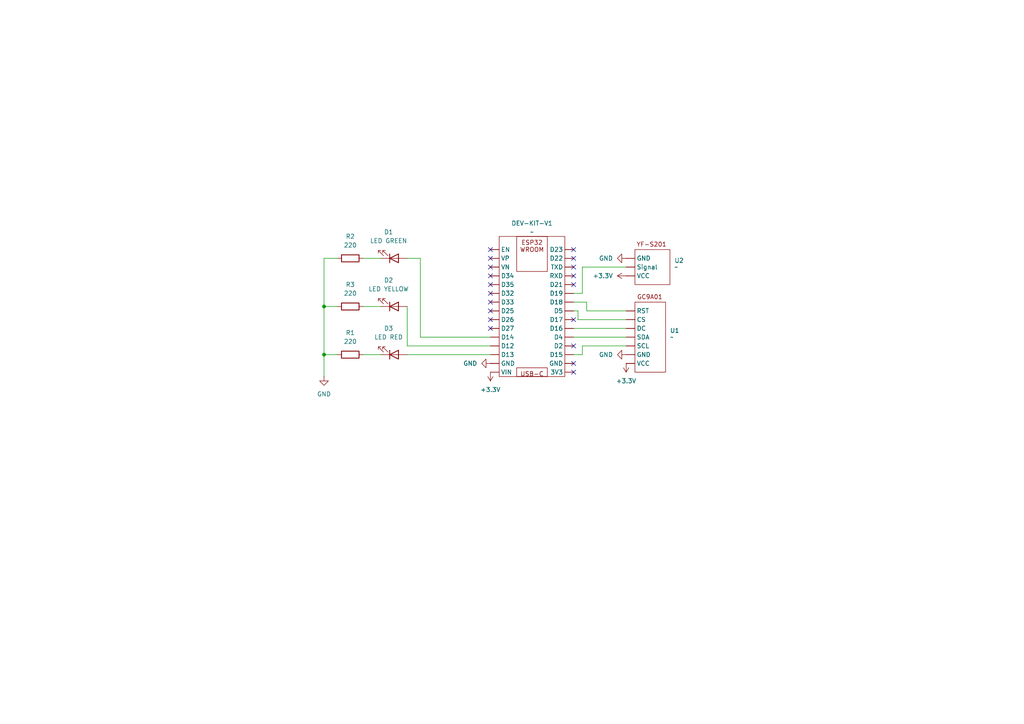
<source format=kicad_sch>
(kicad_sch (version 20250114) (generator "eeschema") (generator_version "9.0")
  (paper "A4")
  (title_block (title "Prototyp 1") (date "14-06-2025"))
  (lib_symbols
    (symbol "Device:LED" (pin_numbers (hide yes)) (pin_names (offset 1.016) (hide yes))
      (property "Reference" "D" (at 0 2.54 0))
      (property "Value" "LED" (at 0 -2.54 0))
      (symbol "LED_0_1"
        (polyline (pts (xy -3.048 -0.762) (xy -4.572 -2.286) (xy -3.81 -2.286) (xy -4.572 -2.286) (xy -4.572 -1.524)))
        (polyline (pts (xy -1.778 -0.762) (xy -3.302 -2.286) (xy -2.54 -2.286) (xy -3.302 -2.286) (xy -3.302 -1.524)))
        (polyline (pts (xy -1.27 0) (xy 1.27 0)))
        (polyline (pts (xy -1.27 -1.27) (xy -1.27 1.27)) (stroke (width 0.254)))
        (polyline (pts (xy 1.27 -1.27) (xy 1.27 1.27) (xy -1.27 0) (xy 1.27 -1.27)) (stroke (width 0.254)))
      )
      (symbol "LED_1_1"
        (pin passive line (at -3.81 0 0) (length 2.54) (name "K") (number "1"))
        (pin passive line (at 3.81 0 180) (length 2.54) (name "A") (number "2"))
      )
    )
    (symbol "Device:R" (pin_numbers (hide yes)) (pin_names (offset 0))
      (property "Reference" "R" (at 2.032 0 90))
      (property "Value" "R" (at 0 0 90))
      (symbol "R_0_1"
        (rectangle (start -1.016 -2.54) (end 1.016 2.54) (stroke (width 0.254)))
      )
      (symbol "R_1_1"
        (pin passive line (at 0 3.81 270) (length 1.27) (name "~") (number "1"))
        (pin passive line (at 0 -3.81 90) (length 1.27) (name "~") (number "2"))
      )
    )
    (symbol "power:+3.3V" (power) (pin_numbers (hide yes)) (pin_names (offset 0) (hide yes))
      (property "Value" "+3.3V" (at 0 3.556 0))
      (symbol "+3.3V_0_1"
        (polyline (pts (xy -0.762 1.27) (xy 0 2.54)))
        (polyline (pts (xy 0 2.54) (xy 0.762 1.27)))
        (polyline (pts (xy 0 0) (xy 0 2.54)))
      )
      (symbol "+3.3V_1_1"
        (pin power_in line (at 0 0 90) (length 0) (name "~") (number "1"))
      )
    )
    (symbol "power:GND" (power) (pin_numbers (hide yes)) (pin_names (offset 0) (hide yes))
      (property "Value" "GND" (at 0 -3.81 0))
      (symbol "GND_0_1"
        (polyline (pts (xy 0 0) (xy 0 -1.27) (xy 1.27 -1.27) (xy 0 -2.54) (xy -1.27 -1.27) (xy 0 -1.27)))
      )
      (symbol "GND_1_1"
        (pin power_in line (at 0 0 270) (length 0) (name "~") (number "1"))
      )
    )
    (symbol "symbols:ESP32_DEV_Kit_V1"
      (property "Reference" "DEV-KIT-V1" (at 4.826 50.292 0))
      (symbol "ESP32_DEV_Kit_V1_0_1"
        (rectangle (start -5.08 46.99) (end 13.97 6.35))
      )
      (symbol "ESP32_DEV_Kit_V1_1_1"
        (text_box "USB-C\n" (at 0 8.89 0) (size 8.89 -2.54) (margins 1.016 1.016 1.016 1.016) (effects (font (size 1.27 1.27)) (justify left top)))
        (text_box "ESP32 WROOM \n" (at 8.89 46.99 0) (size -8.89 -10.16) (margins 1.016 1.016 1.016 1.016) (effects (font (size 1.27 1.27)) (justify top)))
        (pin input line (at -7.62 43.18 0) (length 2.54) (name "EN") (number ""))
        (pin input line (at -7.62 40.64 0) (length 2.54) (name "VP") (number ""))
        (pin input line (at -7.62 38.1 0) (length 2.54) (name "VN") (number ""))
        (pin input line (at -7.62 35.56 0) (length 2.54) (name "D34") (number ""))
        (pin input line (at -7.62 33.02 0) (length 2.54) (name "D35") (number ""))
        (pin bidirectional line (at -7.62 30.48 0) (length 2.54) (name "D32") (number ""))
        (pin bidirectional line (at -7.62 27.94 0) (length 2.54) (name "D33") (number ""))
        (pin bidirectional line (at -7.62 25.4 0) (length 2.54) (name "D25") (number ""))
        (pin bidirectional line (at -7.62 22.86 0) (length 2.54) (name "D26") (number ""))
        (pin bidirectional line (at -7.62 20.32 0) (length 2.54) (name "D27") (number ""))
        (pin bidirectional line (at -7.62 17.78 0) (length 2.54) (name "D14") (number ""))
        (pin bidirectional line (at -7.62 15.24 0) (length 2.54) (name "D12") (number ""))
        (pin bidirectional line (at -7.62 12.7 0) (length 2.54) (name "D13") (number ""))
        (pin power_in line (at -7.62 10.16 0) (length 2.54) (name "GND") (number ""))
        (pin power_in line (at -7.62 7.62 0) (length 2.54) (name "VIN") (number ""))
        (pin bidirectional line (at 16.51 43.18 180) (length 2.54) (name "D23") (number ""))
        (pin bidirectional line (at 16.51 40.64 180) (length 2.54) (name "D22") (number ""))
        (pin bidirectional line (at 16.51 38.1 180) (length 2.54) (name "TXD") (number ""))
        (pin bidirectional line (at 16.51 35.56 180) (length 2.54) (name "RXD") (number ""))
        (pin bidirectional line (at 16.51 33.02 180) (length 2.54) (name "D21") (number ""))
        (pin bidirectional line (at 16.51 30.48 180) (length 2.54) (name "D19") (number ""))
        (pin bidirectional line (at 16.51 27.94 180) (length 2.54) (name "D18") (number ""))
        (pin bidirectional line (at 16.51 25.4 180) (length 2.54) (name "D5") (number ""))
        (pin bidirectional line (at 16.51 22.86 180) (length 2.54) (name "D17") (number ""))
        (pin bidirectional line (at 16.51 20.32 180) (length 2.54) (name "D16") (number ""))
        (pin bidirectional line (at 16.51 17.78 180) (length 2.54) (name "D4") (number ""))
        (pin bidirectional line (at 16.51 15.24 180) (length 2.54) (name "D2") (number ""))
        (pin bidirectional line (at 16.51 12.7 180) (length 2.54) (name "D15") (number ""))
        (pin power_in line (at 16.51 10.16 180) (length 2.54) (name "GND") (number ""))
        (pin power_in line (at 16.51 7.62 180) (length 2.54) (name "3V3") (number ""))
      )
    )
    (symbol "symbols:GC9A01"
      (property "Reference" "U" (at 6.604 9.652 0))
      (symbol "GC9A01_0_1"
        (rectangle (start 2.54 5.08) (end 11.43 -15.24))
      )
      (symbol "GC9A01_1_1"
        (text "GC9A01\n" (at 6.858 6.604 0) (effects (font (size 1.27 1.27))))
        (pin input line (at 0 2.54 0) (length 2.54) (name "RST") (number ""))
        (pin input line (at 0 0 0) (length 2.54) (name "CS") (number ""))
        (pin input line (at 0 -2.54 0) (length 2.54) (name "DC") (number ""))
        (pin input line (at 0 -5.08 0) (length 2.54) (name "SDA") (number ""))
        (pin input line (at 0 -7.62 0) (length 2.54) (name "SCL") (number ""))
        (pin power_in line (at 0 -10.16 0) (length 2.54) (name "GND") (number ""))
        (pin power_in line (at 0 -12.7 0) (length 2.54) (name "VCC") (number ""))
      )
    )
    (symbol "symbols:YF-S201"
      (property "Reference" "U" (at 3.302 8.128 0))
      (symbol "YF-S201_0_1"
        (rectangle (start -1.27 3.81) (end 8.89 -6.35))
      )
      (symbol "YF-S201_1_1"
        (text "YF-S201" (at 3.556 5.334 0) (effects (font (size 1.27 1.27))))
        (pin power_in line (at -3.81 1.27 0) (length 2.54) (name "GND") (number ""))
        (pin output line (at -3.81 -1.27 0) (length 2.54) (name "Signal") (number ""))
        (pin power_in line (at -3.81 -3.81 0) (length 2.54) (name "VCC") (number ""))
      )
    )
  )
  (junction (at 93.98 102.87))
  (junction (at 93.98 88.9))
  (no_connect (at 166.37 77.47))
  (no_connect (at 142.24 72.39))
  (no_connect (at 142.24 80.01))
  (no_connect (at 166.37 72.39))
  (no_connect (at 142.24 74.93))
  (no_connect (at 166.37 92.71))
  (no_connect (at 142.24 77.47))
  (no_connect (at 166.37 105.41))
  (no_connect (at 166.37 74.93))
  (no_connect (at 142.24 90.17))
  (no_connect (at 166.37 82.55))
  (no_connect (at 142.24 95.25))
  (no_connect (at 166.37 100.33))
  (no_connect (at 142.24 82.55))
  (no_connect (at 166.37 80.01))
  (no_connect (at 142.24 92.71))
  (no_connect (at 142.24 85.09))
  (no_connect (at 166.37 107.95))
  (no_connect (at 142.24 87.63))
  (wire (pts (xy 118.11 74.93) (xy 121.92 74.93)))
  (wire (pts (xy 181.61 77.47) (xy 168.91 77.47)))
  (wire (pts (xy 168.91 77.47) (xy 168.91 85.09)))
  (wire (pts (xy 97.79 74.93) (xy 93.98 74.93)))
  (wire (pts (xy 170.18 90.17) (xy 170.18 87.63)))
  (wire (pts (xy 166.37 97.79) (xy 181.61 97.79)))
  (wire (pts (xy 118.11 88.9) (xy 118.11 100.33)))
  (wire (pts (xy 118.11 102.87) (xy 142.24 102.87)))
  (wire (pts (xy 97.79 88.9) (xy 93.98 88.9)))
  (wire (pts (xy 168.91 85.09) (xy 166.37 85.09)))
  (wire (pts (xy 168.91 100.33) (xy 168.91 102.87)))
  (wire (pts (xy 105.41 74.93) (xy 110.49 74.93)))
  (wire (pts (xy 170.18 87.63) (xy 166.37 87.63)))
  (wire (pts (xy 93.98 88.9) (xy 93.98 102.87)))
  (wire (pts (xy 166.37 95.25) (xy 181.61 95.25)))
  (wire (pts (xy 105.41 102.87) (xy 110.49 102.87)))
  (wire (pts (xy 170.18 90.17) (xy 181.61 90.17)))
  (wire (pts (xy 168.91 100.33) (xy 181.61 100.33)))
  (wire (pts (xy 93.98 74.93) (xy 93.98 88.9)))
  (wire (pts (xy 168.91 102.87) (xy 166.37 102.87)))
  (wire (pts (xy 121.92 97.79) (xy 142.24 97.79)))
  (wire (pts (xy 121.92 74.93) (xy 121.92 97.79)))
  (wire (pts (xy 166.37 90.17) (xy 167.64 90.17)))
  (wire (pts (xy 167.64 92.71) (xy 181.61 92.71)))
  (wire (pts (xy 93.98 102.87) (xy 97.79 102.87)))
  (wire (pts (xy 167.64 92.71) (xy 167.64 90.17)))
  (wire (pts (xy 93.98 102.87) (xy 93.98 109.22)))
  (wire (pts (xy 105.41 88.9) (xy 110.49 88.9)))
  (wire (pts (xy 118.11 100.33) (xy 142.24 100.33)))
  (symbol (lib_id "symbols:YF-S201") (at 185.42 76.2 0) (unit 1)
    (property "Reference" "U2" (at 195.58 75.5621 0) (effects (justify left)))
    (property "Value" "~" (at 195.58 77.4672 0) (effects (justify left)))
  )
  (symbol (lib_id "power:GND") (at 181.61 102.87 270) (unit 1)
    (property "Reference" "#PWR04" (effects (hide yes)))
    (property "Value" "GND" (at 177.8 102.8699 90) (effects (justify right)))
    (property "Description" "Power symbol creates a global label with name \"GND\" , ground" (effects (hide yes)))
  )
  (symbol (lib_id "Device:LED") (at 114.3 74.93 0) (mirror x) (unit 1)
    (property "Reference" "D1" (at 112.7125 67.31 0))
    (property "Value" "LED GREEN" (at 112.7125 69.85 0))
    (property "Description" "Light emitting diode" (effects (hide yes)))
    (property "Sim.Pins" "1=K 2=A" (effects (hide yes)))
  )
  (symbol (lib_id "Device:R") (at 101.6 74.93 270) (mirror x) (unit 1)
    (property "Reference" "R2" (at 101.6 68.58 90))
    (property "Value" "220" (at 101.6 71.12 90))
    (property "Description" "Resistor" (effects (hide yes)))
  )
  (symbol (lib_id "power:GND") (at 181.61 74.93 270) (unit 1)
    (property "Reference" "#PWR05" (effects (hide yes)))
    (property "Value" "GND" (at 177.8 74.9299 90) (effects (justify right)))
    (property "Description" "Power symbol creates a global label with name \"GND\" , ground" (effects (hide yes)))
  )
  (symbol (lib_id "power:+3.3V") (at 142.24 107.95 180) (unit 1)
    (property "Reference" "#PWR01" (effects (hide yes)))
    (property "Value" "+3.3V" (at 142.24 113.03 0))
    (property "Description" "Power symbol creates a global label with name \"+3.3V\"" (effects (hide yes)))
  )
  (symbol (lib_id "Device:R") (at 101.6 88.9 90) (mirror x) (unit 1)
    (property "Reference" "R3" (at 101.6 82.55 90))
    (property "Value" "220" (at 101.6 85.09 90))
    (property "Description" "Resistor" (effects (hide yes)))
  )
  (symbol (lib_id "symbols:GC9A01") (at 181.61 92.71 0) (unit 1)
    (property "Reference" "U1" (at 194.31 95.8821 0) (effects (justify left)))
    (property "Value" "~" (at 194.31 97.7872 0) (effects (justify left)))
  )
  (symbol (lib_id "Device:LED") (at 114.3 102.87 0) (mirror x) (unit 1)
    (property "Reference" "D3" (at 112.7125 95.25 0))
    (property "Value" "LED RED" (at 112.7125 97.79 0))
    (property "Description" "Light emitting diode" (effects (hide yes)))
    (property "Sim.Pins" "1=K 2=A" (effects (hide yes)))
  )
  (symbol (lib_id "Device:R") (at 101.6 102.87 270) (mirror x) (unit 1)
    (property "Reference" "R1" (at 101.6 96.52 90))
    (property "Value" "220" (at 101.6 99.06 90))
    (property "Description" "Resistor" (effects (hide yes)))
  )
  (symbol (lib_id "power:GND") (at 93.98 109.22 0) (unit 1)
    (property "Reference" "#PWR02" (effects (hide yes)))
    (property "Value" "GND" (at 93.98 114.3 0))
    (property "Description" "Power symbol creates a global label with name \"GND\" , ground" (effects (hide yes)))
  )
  (symbol (lib_id "Device:LED") (at 114.3 88.9 0) (mirror x) (unit 1)
    (property "Reference" "D2" (at 112.7125 81.28 0))
    (property "Value" "LED YELLOW" (at 112.7125 83.82 0))
    (property "Description" "Light emitting diode" (effects (hide yes)))
    (property "Sim.Pins" "1=K 2=A" (effects (hide yes)))
  )
  (symbol (lib_id "power:GND") (at 142.24 105.41 270) (unit 1)
    (property "Reference" "#PWR07" (effects (hide yes)))
    (property "Value" "GND" (at 138.43 105.4099 90) (effects (justify right)))
    (property "Description" "Power symbol creates a global label with name \"GND\" , ground" (effects (hide yes)))
  )
  (symbol (lib_id "power:+3.3V") (at 181.61 105.41 180) (unit 1)
    (property "Reference" "#PWR03" (effects (hide yes)))
    (property "Value" "+3.3V" (at 181.61 110.49 0))
    (property "Description" "Power symbol creates a global label with name \"+3.3V\"" (effects (hide yes)))
  )
  (symbol (lib_id "power:+3.3V") (at 181.61 80.01 90) (unit 1)
    (property "Reference" "#PWR06" (effects (hide yes)))
    (property "Value" "+3.3V" (at 177.8 80.0099 90) (effects (justify left)))
    (property "Description" "Power symbol creates a global label with name \"+3.3V\"" (effects (hide yes)))
  )
  (symbol (lib_id "symbols:ESP32_DEV_Kit_V1") (at 149.86 115.57 0) (unit 1)
    (property "Reference" "DEV-KIT-V1" (at 154.305 64.77 0))
    (property "Value" "~" (at 154.305 67.31 0))
  )
)
</source>
